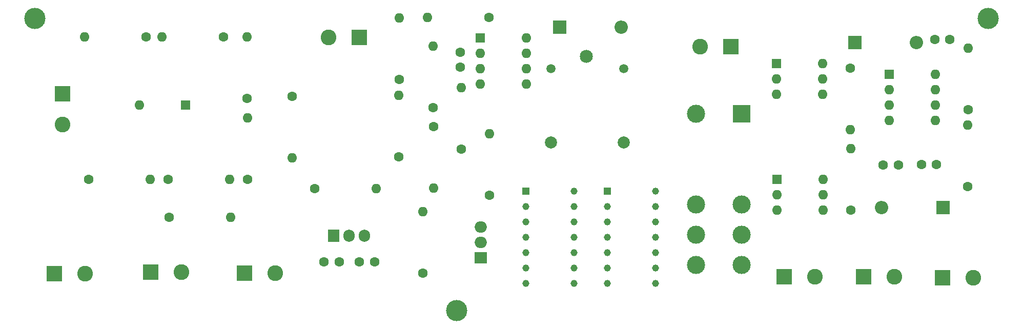
<source format=gbr>
%TF.GenerationSoftware,KiCad,Pcbnew,7.0.5*%
%TF.CreationDate,2023-12-24T17:16:59+05:30*%
%TF.ProjectId,TSALv3,5453414c-7633-42e6-9b69-6361645f7063,rev?*%
%TF.SameCoordinates,Original*%
%TF.FileFunction,Soldermask,Bot*%
%TF.FilePolarity,Negative*%
%FSLAX46Y46*%
G04 Gerber Fmt 4.6, Leading zero omitted, Abs format (unit mm)*
G04 Created by KiCad (PCBNEW 7.0.5) date 2023-12-24 17:16:59*
%MOMM*%
%LPD*%
G01*
G04 APERTURE LIST*
%ADD10C,1.600000*%
%ADD11O,1.600000X1.600000*%
%ADD12R,2.600000X2.600000*%
%ADD13C,2.600000*%
%ADD14R,1.905000X2.000000*%
%ADD15O,1.905000X2.000000*%
%ADD16R,1.170000X1.170000*%
%ADD17C,1.170000*%
%ADD18R,2.000000X1.905000*%
%ADD19O,2.000000X1.905000*%
%ADD20C,3.500000*%
%ADD21R,2.200000X2.200000*%
%ADD22O,2.200000X2.200000*%
%ADD23C,3.000000*%
%ADD24R,3.000000X3.000000*%
%ADD25R,1.600000X1.600000*%
%ADD26C,1.512000*%
%ADD27C,2.154000*%
%ADD28C,2.004000*%
G04 APERTURE END LIST*
D10*
%TO.C,R4*%
X86842600Y-61391800D03*
D11*
X97002600Y-61391800D03*
%TD*%
D10*
%TO.C,R8*%
X96012000Y-37871400D03*
D11*
X85852000Y-37871400D03*
%TD*%
D10*
%TO.C,R1*%
X124993400Y-57632600D03*
D11*
X124993400Y-47472600D03*
%TD*%
D12*
%TO.C,J6*%
X179862400Y-39420600D03*
D13*
X174782400Y-39420600D03*
%TD*%
D14*
%TO.C,U5*%
X114249200Y-70688200D03*
D15*
X116789200Y-70688200D03*
X119329200Y-70688200D03*
%TD*%
D16*
%TO.C,U7*%
X159453600Y-63322200D03*
D17*
X159453600Y-65862200D03*
X159453600Y-68402200D03*
X159453600Y-70942200D03*
X159453600Y-73482200D03*
X159453600Y-76022200D03*
X159453600Y-78562200D03*
X167393600Y-78562200D03*
X167393600Y-76022200D03*
X167393600Y-73482200D03*
X167393600Y-70942200D03*
X167393600Y-68402200D03*
X167393600Y-65862200D03*
X167393600Y-63322200D03*
%TD*%
D10*
%TO.C,R16*%
X218998800Y-49860200D03*
D11*
X218998800Y-39700200D03*
%TD*%
D16*
%TO.C,U6*%
X146000900Y-63322200D03*
D17*
X146000900Y-65862200D03*
X146000900Y-68402200D03*
X146000900Y-70942200D03*
X146000900Y-73482200D03*
X146000900Y-76022200D03*
X146000900Y-78562200D03*
X153940900Y-78562200D03*
X153940900Y-76022200D03*
X153940900Y-73482200D03*
X153940900Y-70942200D03*
X153940900Y-68402200D03*
X153940900Y-65862200D03*
X153940900Y-63322200D03*
%TD*%
D10*
%TO.C,R3*%
X111074200Y-62941200D03*
D11*
X121234200Y-62941200D03*
%TD*%
D10*
%TO.C,R2*%
X73761600Y-61366400D03*
D11*
X83921600Y-61366400D03*
%TD*%
D10*
%TO.C,R10*%
X130632200Y-49555400D03*
D11*
X130632200Y-39395400D03*
%TD*%
D10*
%TO.C,C2*%
X135138000Y-42865200D03*
X135138000Y-40365200D03*
%TD*%
D18*
%TO.C,Q1*%
X138536800Y-74371200D03*
D19*
X138536800Y-71831200D03*
X138536800Y-69291200D03*
%TD*%
D10*
%TO.C,R28*%
X139928600Y-63982600D03*
D11*
X139928600Y-53822600D03*
%TD*%
D20*
%TO.C,REF\u002A\u002A*%
X64871600Y-34823400D03*
%TD*%
D10*
%TO.C,R5*%
X107391200Y-47650400D03*
D11*
X107391200Y-57810400D03*
%TD*%
D20*
%TO.C,REF\u002A\u002A*%
X222351600Y-34798000D03*
%TD*%
D21*
%TO.C,D3*%
X151536400Y-36271200D03*
D22*
X161696400Y-36271200D03*
%TD*%
D10*
%TO.C,R14*%
X199593200Y-43002200D03*
D11*
X199593200Y-53162200D03*
%TD*%
D12*
%TO.C,J1*%
X69418000Y-47264400D03*
D13*
X69418000Y-52344400D03*
%TD*%
D10*
%TO.C,C4*%
X213507000Y-38303200D03*
X216007000Y-38303200D03*
%TD*%
D12*
%TO.C,J4*%
X83997800Y-76733400D03*
D13*
X89077800Y-76733400D03*
%TD*%
D10*
%TO.C,C1*%
X115143600Y-75031600D03*
X112643600Y-75031600D03*
%TD*%
D12*
%TO.C,J7*%
X214828200Y-77597200D03*
D13*
X219908200Y-77597200D03*
%TD*%
D10*
%TO.C,R19*%
X135280400Y-56362600D03*
D11*
X135280400Y-46202600D03*
%TD*%
D10*
%TO.C,R18*%
X125044200Y-44831000D03*
D11*
X125044200Y-34671000D03*
%TD*%
D23*
%TO.C,K2*%
X181609100Y-70522500D03*
X181609100Y-65522500D03*
X181609100Y-75522500D03*
X174109100Y-70522500D03*
X174109100Y-65522500D03*
X174109100Y-75522500D03*
D24*
X181609100Y-50522500D03*
D23*
X174109100Y-50522500D03*
%TD*%
D10*
%TO.C,R12*%
X139877800Y-34620200D03*
D11*
X129717800Y-34620200D03*
%TD*%
D25*
%TO.C,D2*%
X89712800Y-49123600D03*
D11*
X82092800Y-49123600D03*
%TD*%
D12*
%TO.C,J5*%
X99441000Y-76885800D03*
D13*
X104521000Y-76885800D03*
%TD*%
D21*
%TO.C,D4*%
X214858600Y-66065400D03*
D22*
X204698600Y-66065400D03*
%TD*%
D26*
%TO.C,K1*%
X162102800Y-43070400D03*
X150102800Y-43070400D03*
D27*
X155982800Y-41070400D03*
D28*
X162102800Y-55270400D03*
X150102800Y-55270400D03*
%TD*%
D10*
%TO.C,C6*%
X211322600Y-58928000D03*
X213822600Y-58928000D03*
%TD*%
D12*
%TO.C,J8*%
X201747200Y-77444800D03*
D13*
X206827200Y-77444800D03*
%TD*%
D20*
%TO.C,REF\u002A\u002A*%
X134518400Y-83058000D03*
%TD*%
D10*
%TO.C,C5*%
X204998000Y-59004200D03*
X207498000Y-59004200D03*
%TD*%
%TO.C,R17*%
X218922600Y-62585600D03*
D11*
X218922600Y-52425600D03*
%TD*%
D25*
%TO.C,U8*%
X187411200Y-61381400D03*
D11*
X187411200Y-63921400D03*
X187411200Y-66461400D03*
X195031200Y-66461400D03*
X195031200Y-63921400D03*
X195031200Y-61381400D03*
%TD*%
D10*
%TO.C,R7*%
X99923600Y-48006000D03*
D11*
X99923600Y-37846000D03*
%TD*%
D25*
%TO.C,U4*%
X206029400Y-44002800D03*
D11*
X206029400Y-46542800D03*
X206029400Y-49082800D03*
X206029400Y-51622800D03*
X213649400Y-51622800D03*
X213649400Y-49082800D03*
X213649400Y-46542800D03*
X213649400Y-44002800D03*
%TD*%
D10*
%TO.C,R9*%
X83235800Y-37820600D03*
D11*
X73075800Y-37820600D03*
%TD*%
D25*
%TO.C,U1*%
X138389200Y-38008400D03*
D11*
X138389200Y-40548400D03*
X138389200Y-43088400D03*
X138389200Y-45628400D03*
X146009200Y-45628400D03*
X146009200Y-43088400D03*
X146009200Y-40548400D03*
X146009200Y-38008400D03*
%TD*%
D10*
%TO.C,R6*%
X99974400Y-61417200D03*
D11*
X99974400Y-51257200D03*
%TD*%
D12*
%TO.C,J3*%
X68072000Y-76987400D03*
D13*
X73152000Y-76987400D03*
%TD*%
D10*
%TO.C,R27*%
X128981200Y-76885800D03*
D11*
X128981200Y-66725800D03*
%TD*%
D10*
%TO.C,R15*%
X87020400Y-67640200D03*
D11*
X97180400Y-67640200D03*
%TD*%
D25*
%TO.C,U3*%
X187360400Y-42255200D03*
D11*
X187360400Y-44795200D03*
X187360400Y-47335200D03*
X194980400Y-47335200D03*
X194980400Y-44795200D03*
X194980400Y-42255200D03*
%TD*%
D12*
%TO.C,J2*%
X118470600Y-37947400D03*
D13*
X113390600Y-37947400D03*
%TD*%
D12*
%TO.C,J9*%
X188666200Y-77444800D03*
D13*
X193746200Y-77444800D03*
%TD*%
D21*
%TO.C,D1*%
X200355200Y-38811200D03*
D22*
X210515200Y-38811200D03*
%TD*%
D10*
%TO.C,C3*%
X118460200Y-75006200D03*
X120960200Y-75006200D03*
%TD*%
%TO.C,R13*%
X199669400Y-66421000D03*
D11*
X199669400Y-56261000D03*
%TD*%
D10*
%TO.C,R11*%
X130683000Y-52679600D03*
D11*
X130683000Y-62839600D03*
%TD*%
M02*

</source>
